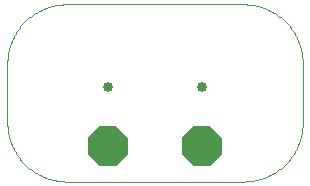
<source format=gbs>
G04 EAGLE Gerber RS-274X export*
G75*
%MOMM*%
%FSLAX35Y35*%
%LPD*%
%INsolder_mask_bottom*%
%IPPOS*%
%AMOC8*
5,1,8,0,0,1.08239X$1,22.5*%
G01*
%ADD10C,0.000000*%
%ADD11P,3.629037X8X22.500000*%
%ADD12C,0.853200*%


D10*
X-750000Y700000D02*
X750000Y700000D01*
X762082Y699854D01*
X774157Y699416D01*
X786217Y698687D01*
X798257Y697666D01*
X810268Y696354D01*
X822245Y694753D01*
X834179Y692863D01*
X846063Y690685D01*
X857892Y688221D01*
X869658Y685471D01*
X881354Y682438D01*
X892973Y679123D01*
X904508Y675528D01*
X915954Y671656D01*
X927302Y667508D01*
X938547Y663087D01*
X949682Y658396D01*
X960701Y653437D01*
X971596Y648213D01*
X982362Y642728D01*
X992992Y636984D01*
X1003480Y630985D01*
X1013820Y624734D01*
X1024006Y618235D01*
X1034032Y611492D01*
X1043893Y604508D01*
X1053581Y597289D01*
X1063093Y589837D01*
X1072421Y582158D01*
X1081561Y574255D01*
X1090508Y566134D01*
X1099256Y557799D01*
X1107799Y549256D01*
X1116134Y540508D01*
X1124255Y531561D01*
X1132158Y522421D01*
X1139837Y513093D01*
X1147289Y503581D01*
X1154508Y493893D01*
X1161492Y484032D01*
X1168235Y474006D01*
X1174734Y463820D01*
X1180985Y453480D01*
X1186984Y442992D01*
X1192728Y432362D01*
X1198213Y421596D01*
X1203437Y410701D01*
X1208396Y399682D01*
X1213087Y388547D01*
X1217508Y377302D01*
X1221656Y365954D01*
X1225528Y354508D01*
X1229123Y342973D01*
X1232438Y331354D01*
X1235471Y319658D01*
X1238221Y307892D01*
X1240685Y296063D01*
X1242863Y284179D01*
X1244753Y272245D01*
X1246354Y260268D01*
X1247666Y248257D01*
X1248687Y236217D01*
X1249416Y224157D01*
X1249854Y212082D01*
X1250000Y200000D01*
X1250000Y-300000D01*
X1249854Y-312082D01*
X1249416Y-324157D01*
X1248687Y-336217D01*
X1247666Y-348257D01*
X1246354Y-360268D01*
X1244753Y-372245D01*
X1242863Y-384179D01*
X1240685Y-396063D01*
X1238221Y-407892D01*
X1235471Y-419658D01*
X1232438Y-431354D01*
X1229123Y-442973D01*
X1225528Y-454508D01*
X1221656Y-465954D01*
X1217508Y-477302D01*
X1213087Y-488547D01*
X1208396Y-499682D01*
X1203437Y-510701D01*
X1198213Y-521596D01*
X1192728Y-532362D01*
X1186984Y-542992D01*
X1180985Y-553480D01*
X1174734Y-563820D01*
X1168235Y-574006D01*
X1161492Y-584032D01*
X1154508Y-593893D01*
X1147289Y-603581D01*
X1139837Y-613093D01*
X1132158Y-622421D01*
X1124255Y-631561D01*
X1116134Y-640508D01*
X1107799Y-649256D01*
X1099256Y-657799D01*
X1090508Y-666134D01*
X1081561Y-674255D01*
X1072421Y-682158D01*
X1063093Y-689837D01*
X1053581Y-697289D01*
X1043893Y-704508D01*
X1034032Y-711492D01*
X1024006Y-718235D01*
X1013820Y-724734D01*
X1003480Y-730985D01*
X992992Y-736984D01*
X982362Y-742728D01*
X971596Y-748213D01*
X960701Y-753437D01*
X949682Y-758396D01*
X938547Y-763087D01*
X927302Y-767508D01*
X915954Y-771656D01*
X904508Y-775528D01*
X892973Y-779123D01*
X881354Y-782438D01*
X869658Y-785471D01*
X857892Y-788221D01*
X846063Y-790685D01*
X834179Y-792863D01*
X822245Y-794753D01*
X810268Y-796354D01*
X798257Y-797666D01*
X786217Y-798687D01*
X774157Y-799416D01*
X762082Y-799854D01*
X750000Y-800000D01*
X-750000Y-800000D01*
X-762082Y-799854D01*
X-774157Y-799416D01*
X-786217Y-798687D01*
X-798257Y-797666D01*
X-810268Y-796354D01*
X-822245Y-794753D01*
X-834179Y-792863D01*
X-846063Y-790685D01*
X-857892Y-788221D01*
X-869658Y-785471D01*
X-881354Y-782438D01*
X-892973Y-779123D01*
X-904508Y-775528D01*
X-915954Y-771656D01*
X-927302Y-767508D01*
X-938547Y-763087D01*
X-949682Y-758396D01*
X-960701Y-753437D01*
X-971596Y-748213D01*
X-982362Y-742728D01*
X-992992Y-736984D01*
X-1003480Y-730985D01*
X-1013820Y-724734D01*
X-1024006Y-718235D01*
X-1034032Y-711492D01*
X-1043893Y-704508D01*
X-1053581Y-697289D01*
X-1063093Y-689837D01*
X-1072421Y-682158D01*
X-1081561Y-674255D01*
X-1090508Y-666134D01*
X-1099256Y-657799D01*
X-1107799Y-649256D01*
X-1116134Y-640508D01*
X-1124255Y-631561D01*
X-1132158Y-622421D01*
X-1139837Y-613093D01*
X-1147289Y-603581D01*
X-1154508Y-593893D01*
X-1161492Y-584032D01*
X-1168235Y-574006D01*
X-1174734Y-563820D01*
X-1180985Y-553480D01*
X-1186984Y-542992D01*
X-1192728Y-532362D01*
X-1198213Y-521596D01*
X-1203437Y-510701D01*
X-1208396Y-499682D01*
X-1213087Y-488547D01*
X-1217508Y-477302D01*
X-1221656Y-465954D01*
X-1225528Y-454508D01*
X-1229123Y-442973D01*
X-1232438Y-431354D01*
X-1235471Y-419658D01*
X-1238221Y-407892D01*
X-1240685Y-396063D01*
X-1242863Y-384179D01*
X-1244753Y-372245D01*
X-1246354Y-360268D01*
X-1247666Y-348257D01*
X-1248687Y-336217D01*
X-1249416Y-324157D01*
X-1249854Y-312082D01*
X-1250000Y-300000D01*
X-1250000Y200000D01*
X-1249854Y212082D01*
X-1249416Y224157D01*
X-1248687Y236217D01*
X-1247666Y248257D01*
X-1246354Y260268D01*
X-1244753Y272245D01*
X-1242863Y284179D01*
X-1240685Y296063D01*
X-1238221Y307892D01*
X-1235471Y319658D01*
X-1232438Y331354D01*
X-1229123Y342973D01*
X-1225528Y354508D01*
X-1221656Y365954D01*
X-1217508Y377302D01*
X-1213087Y388547D01*
X-1208396Y399682D01*
X-1203437Y410701D01*
X-1198213Y421596D01*
X-1192728Y432362D01*
X-1186984Y442992D01*
X-1180985Y453480D01*
X-1174734Y463820D01*
X-1168235Y474006D01*
X-1161492Y484032D01*
X-1154508Y493893D01*
X-1147289Y503581D01*
X-1139837Y513093D01*
X-1132158Y522421D01*
X-1124255Y531561D01*
X-1116134Y540508D01*
X-1107799Y549256D01*
X-1099256Y557799D01*
X-1090508Y566134D01*
X-1081561Y574255D01*
X-1072421Y582158D01*
X-1063093Y589837D01*
X-1053581Y597289D01*
X-1043893Y604508D01*
X-1034032Y611492D01*
X-1024006Y618235D01*
X-1013820Y624734D01*
X-1003480Y630985D01*
X-992992Y636984D01*
X-982362Y642728D01*
X-971596Y648213D01*
X-960701Y653437D01*
X-949682Y658396D01*
X-938547Y663087D01*
X-927302Y667508D01*
X-915954Y671656D01*
X-904508Y675528D01*
X-892973Y679123D01*
X-881354Y682438D01*
X-869658Y685471D01*
X-857892Y688221D01*
X-846063Y690685D01*
X-834179Y692863D01*
X-822245Y694753D01*
X-810268Y696354D01*
X-798257Y697666D01*
X-786217Y698687D01*
X-774157Y699416D01*
X-762082Y699854D01*
X-750000Y700000D01*
D11*
X-400000Y-500000D03*
X400000Y-500000D03*
D12*
X-400000Y0D03*
X400000Y0D03*
M02*

</source>
